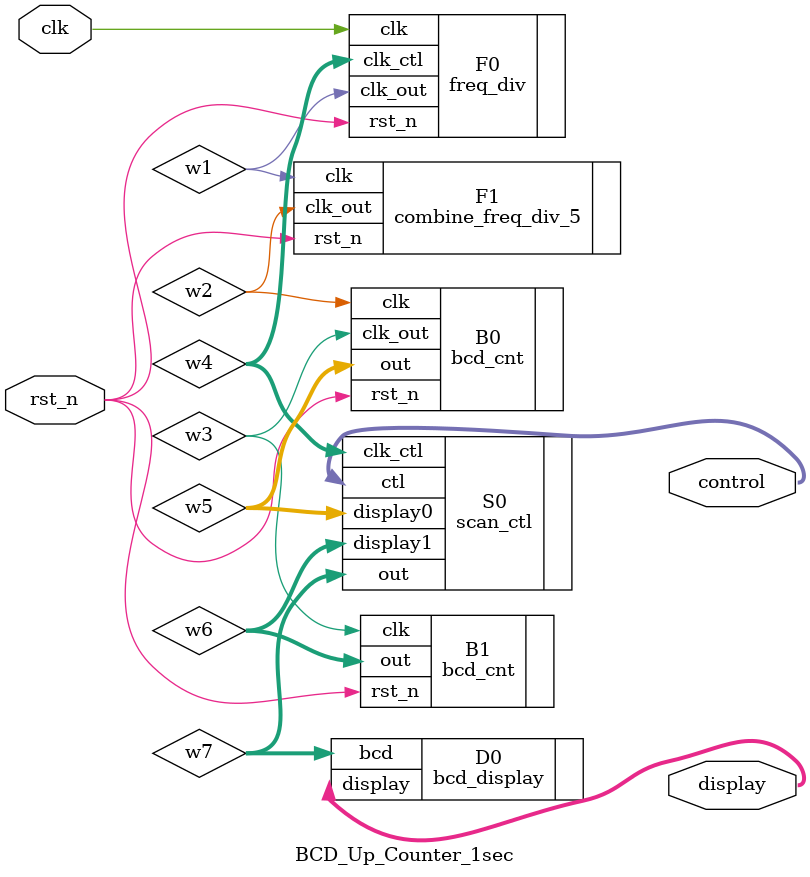
<source format=v>
`timescale 1ns / 1ps
module BCD_Up_Counter_1sec(
	control,
	display,
	clk,
	rst_n
    );
	 
output [3:0] control;
output [14:0] display;
input clk, rst_n;
wire w1, w2 ,w3;
wire [1:0] w4;
wire [3:0] w5, w6, w7;

freq_div F0(.clk_out(w1),.clk_ctl(w4),.clk(clk),.rst_n(rst_n));
combine_freq_div_5 F1(.clk_out(w2),.clk(w1),.rst_n(rst_n));
bcd_cnt B0(.out(w5),.clk_out(w3),.clk(w2),.rst_n(rst_n));
bcd_cnt B1(.out(w6),.clk(w3),.rst_n(rst_n));
scan_ctl S0(.ctl(control),.out(w7),.display0(w5),.display1(w6),.clk_ctl(w4));
bcd_display D0(.display(display),.bcd(w7));

endmodule

</source>
